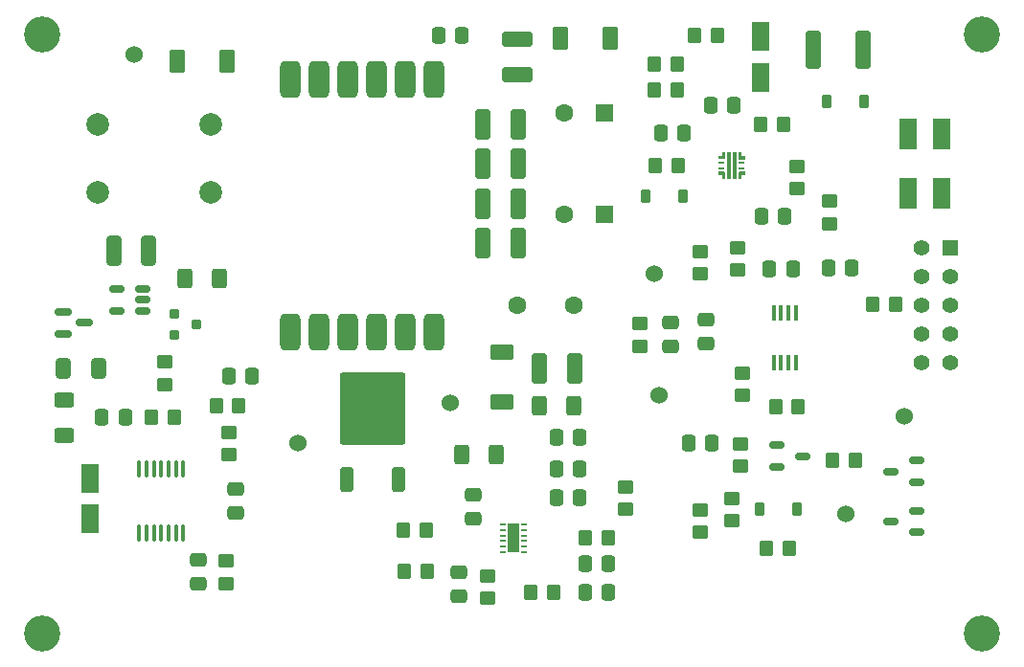
<source format=gbr>
G04 #@! TF.GenerationSoftware,KiCad,Pcbnew,7.0.7*
G04 #@! TF.CreationDate,2023-09-15T22:30:58+02:00*
G04 #@! TF.ProjectId,Nixie PSU,4e697869-6520-4505-9355-2e6b69636164,rev?*
G04 #@! TF.SameCoordinates,Original*
G04 #@! TF.FileFunction,Soldermask,Top*
G04 #@! TF.FilePolarity,Negative*
%FSLAX46Y46*%
G04 Gerber Fmt 4.6, Leading zero omitted, Abs format (unit mm)*
G04 Created by KiCad (PCBNEW 7.0.7) date 2023-09-15 22:30:58*
%MOMM*%
%LPD*%
G01*
G04 APERTURE LIST*
G04 Aperture macros list*
%AMRoundRect*
0 Rectangle with rounded corners*
0 $1 Rounding radius*
0 $2 $3 $4 $5 $6 $7 $8 $9 X,Y pos of 4 corners*
0 Add a 4 corners polygon primitive as box body*
4,1,4,$2,$3,$4,$5,$6,$7,$8,$9,$2,$3,0*
0 Add four circle primitives for the rounded corners*
1,1,$1+$1,$2,$3*
1,1,$1+$1,$4,$5*
1,1,$1+$1,$6,$7*
1,1,$1+$1,$8,$9*
0 Add four rect primitives between the rounded corners*
20,1,$1+$1,$2,$3,$4,$5,0*
20,1,$1+$1,$4,$5,$6,$7,0*
20,1,$1+$1,$6,$7,$8,$9,0*
20,1,$1+$1,$8,$9,$2,$3,0*%
%AMFreePoly0*
4,1,12,0.150002,0.449999,0.150002,-0.100002,0.100000,-0.150002,-0.399999,-0.150000,-0.449999,-0.100002,-0.449999,0.100000,-0.399999,0.150000,-0.100000,0.150000,-0.100000,0.449999,-0.050000,0.499999,0.100000,0.499999,0.150002,0.449999,0.150002,0.449999,$1*%
%AMFreePoly1*
4,1,12,0.149997,0.149997,0.149999,-0.400002,0.099997,-0.450002,-0.050000,-0.450002,-0.100000,-0.400002,-0.100003,-0.100003,-0.400002,-0.100003,-0.450002,-0.050003,-0.450002,0.149999,-0.400002,0.199997,0.099997,0.199999,0.149997,0.149997,0.149997,0.149997,$1*%
%AMFreePoly2*
4,1,12,0.400002,0.199997,0.450002,0.149999,0.450002,-0.050003,0.400002,-0.100003,0.100003,-0.100003,0.100000,-0.400002,0.050000,-0.450002,-0.099997,-0.450002,-0.149999,-0.400002,-0.149999,0.149999,-0.099997,0.199999,0.400002,0.199997,0.400002,0.199997,$1*%
%AMFreePoly3*
4,1,12,0.100000,0.449999,0.100003,0.150000,0.400002,0.150000,0.450002,0.100000,0.450002,-0.100002,0.400002,-0.150000,-0.099997,-0.150002,-0.149999,-0.100002,-0.149999,0.449999,-0.099997,0.499999,0.050000,0.499999,0.100000,0.449999,0.100000,0.449999,$1*%
G04 Aperture macros list end*
%ADD10C,3.200000*%
%ADD11RoundRect,0.150000X-0.587500X-0.150000X0.587500X-0.150000X0.587500X0.150000X-0.587500X0.150000X0*%
%ADD12R,1.600000X1.600000*%
%ADD13C,1.600000*%
%ADD14RoundRect,0.250000X-0.625000X0.400000X-0.625000X-0.400000X0.625000X-0.400000X0.625000X0.400000X0*%
%ADD15RoundRect,0.250000X-0.450000X0.350000X-0.450000X-0.350000X0.450000X-0.350000X0.450000X0.350000X0*%
%ADD16RoundRect,0.250000X-0.337500X-0.475000X0.337500X-0.475000X0.337500X0.475000X-0.337500X0.475000X0*%
%ADD17RoundRect,0.250000X-0.475000X0.337500X-0.475000X-0.337500X0.475000X-0.337500X0.475000X0.337500X0*%
%ADD18RoundRect,0.250000X0.800000X-0.450000X0.800000X0.450000X-0.800000X0.450000X-0.800000X-0.450000X0*%
%ADD19RoundRect,0.250000X-0.412500X-1.100000X0.412500X-1.100000X0.412500X1.100000X-0.412500X1.100000X0*%
%ADD20RoundRect,0.250000X-0.400000X-0.625000X0.400000X-0.625000X0.400000X0.625000X-0.400000X0.625000X0*%
%ADD21RoundRect,0.150000X0.512500X0.150000X-0.512500X0.150000X-0.512500X-0.150000X0.512500X-0.150000X0*%
%ADD22C,1.530000*%
%ADD23RoundRect,0.225000X-0.225000X-0.375000X0.225000X-0.375000X0.225000X0.375000X-0.225000X0.375000X0*%
%ADD24RoundRect,0.250000X0.337500X0.475000X-0.337500X0.475000X-0.337500X-0.475000X0.337500X-0.475000X0*%
%ADD25RoundRect,0.250000X0.475000X-0.337500X0.475000X0.337500X-0.475000X0.337500X-0.475000X-0.337500X0*%
%ADD26RoundRect,0.250000X0.450000X-0.350000X0.450000X0.350000X-0.450000X0.350000X-0.450000X-0.350000X0*%
%ADD27RoundRect,0.250000X-0.450000X-0.800000X0.450000X-0.800000X0.450000X0.800000X-0.450000X0.800000X0*%
%ADD28C,2.000000*%
%ADD29RoundRect,0.150000X-0.512500X-0.150000X0.512500X-0.150000X0.512500X0.150000X-0.512500X0.150000X0*%
%ADD30RoundRect,0.250000X0.412500X0.650000X-0.412500X0.650000X-0.412500X-0.650000X0.412500X-0.650000X0*%
%ADD31RoundRect,0.250000X0.350000X0.450000X-0.350000X0.450000X-0.350000X-0.450000X0.350000X-0.450000X0*%
%ADD32R,0.450000X1.450000*%
%ADD33RoundRect,0.250000X-0.550000X1.050000X-0.550000X-1.050000X0.550000X-1.050000X0.550000X1.050000X0*%
%ADD34RoundRect,0.250000X0.450000X0.800000X-0.450000X0.800000X-0.450000X-0.800000X0.450000X-0.800000X0*%
%ADD35R,1.390000X1.390000*%
%ADD36C,1.390000*%
%ADD37RoundRect,0.250000X-1.100000X0.412500X-1.100000X-0.412500X1.100000X-0.412500X1.100000X0.412500X0*%
%ADD38RoundRect,0.250000X0.400000X0.625000X-0.400000X0.625000X-0.400000X-0.625000X0.400000X-0.625000X0*%
%ADD39RoundRect,0.200000X-0.250000X0.200000X-0.250000X-0.200000X0.250000X-0.200000X0.250000X0.200000X0*%
%ADD40FreePoly0,180.000000*%
%ADD41R,0.599999X0.249999*%
%ADD42FreePoly1,180.000000*%
%ADD43R,0.299999X2.400000*%
%ADD44FreePoly2,180.000000*%
%ADD45FreePoly3,180.000000*%
%ADD46RoundRect,0.250000X0.400000X1.075000X-0.400000X1.075000X-0.400000X-1.075000X0.400000X-1.075000X0*%
%ADD47RoundRect,0.225000X0.225000X0.375000X-0.225000X0.375000X-0.225000X-0.375000X0.225000X-0.375000X0*%
%ADD48RoundRect,0.250000X0.412500X1.100000X-0.412500X1.100000X-0.412500X-1.100000X0.412500X-1.100000X0*%
%ADD49RoundRect,0.100000X-0.100000X0.637500X-0.100000X-0.637500X0.100000X-0.637500X0.100000X0.637500X0*%
%ADD50RoundRect,0.250000X0.350000X-0.850000X0.350000X0.850000X-0.350000X0.850000X-0.350000X-0.850000X0*%
%ADD51RoundRect,0.249997X2.650003X-2.950003X2.650003X2.950003X-2.650003X2.950003X-2.650003X-2.950003X0*%
%ADD52RoundRect,0.250000X-0.350000X-0.450000X0.350000X-0.450000X0.350000X0.450000X-0.350000X0.450000X0*%
%ADD53RoundRect,0.447500X0.447500X-1.202500X0.447500X1.202500X-0.447500X1.202500X-0.447500X-1.202500X0*%
%ADD54RoundRect,0.250000X0.400000X1.450000X-0.400000X1.450000X-0.400000X-1.450000X0.400000X-1.450000X0*%
%ADD55R,0.499999X0.249999*%
%ADD56C,0.600000*%
%ADD57R,1.000000X2.650000*%
%ADD58R,1.500000X2.750000*%
G04 APERTURE END LIST*
G36*
X171763998Y-68496000D02*
G01*
X171764001Y-68795999D01*
X172064000Y-68795999D01*
X172114000Y-68845999D01*
X172114000Y-69046001D01*
X172064000Y-69095999D01*
X171564001Y-69096001D01*
X171514001Y-69045999D01*
X171513999Y-68496000D01*
X171564001Y-68446000D01*
X171713998Y-68446000D01*
X171763998Y-68496000D01*
G37*
G36*
X170314001Y-70245999D02*
G01*
X170314001Y-70796000D01*
X170263999Y-70846000D01*
X170114002Y-70846000D01*
X170064002Y-70796000D01*
X170063999Y-70496001D01*
X169764000Y-70496001D01*
X169714000Y-70446001D01*
X169714000Y-70245999D01*
X169764000Y-70196001D01*
X170263999Y-70195999D01*
X170314001Y-70245999D01*
G37*
D10*
X110000000Y-111000000D03*
D11*
X111838500Y-82616000D03*
X111838500Y-84516000D03*
X113713500Y-83566000D03*
D12*
X159652651Y-65000000D03*
D13*
X156152651Y-65000000D03*
X157000000Y-82000000D03*
X152000000Y-82000000D03*
D14*
X111887000Y-90398000D03*
X111887000Y-93498000D03*
D15*
X168148000Y-100092000D03*
X168148000Y-102092000D03*
D16*
X157966500Y-104902000D03*
X160041500Y-104902000D03*
D15*
X161544000Y-98060000D03*
X161544000Y-100060000D03*
D17*
X146812000Y-105642500D03*
X146812000Y-107717500D03*
D18*
X150622000Y-90592000D03*
X150622000Y-86192000D03*
D19*
X148937500Y-66000000D03*
X152062500Y-66000000D03*
D20*
X147040000Y-95250000D03*
X150140000Y-95250000D03*
D10*
X193000000Y-111000000D03*
D21*
X187301500Y-102096000D03*
X187301500Y-100196000D03*
X185026500Y-101146000D03*
D22*
X164500000Y-90000000D03*
D23*
X179350000Y-64000000D03*
X182650000Y-64000000D03*
D22*
X118100000Y-59800000D03*
D24*
X117318700Y-91948000D03*
X115243700Y-91948000D03*
D25*
X168656000Y-85365500D03*
X168656000Y-83290500D03*
D26*
X176700000Y-71700000D03*
X176700000Y-69700000D03*
D22*
X132588000Y-94234000D03*
D15*
X149352000Y-105934000D03*
X149352000Y-107934000D03*
D26*
X126492000Y-95234000D03*
X126492000Y-93234000D03*
D16*
X173526500Y-74146000D03*
X175601500Y-74146000D03*
D12*
X159652651Y-74000000D03*
D13*
X156152651Y-74000000D03*
D27*
X121879000Y-60452000D03*
X126279000Y-60452000D03*
D28*
X124888000Y-66000000D03*
X114888000Y-66000000D03*
D29*
X174926500Y-94396000D03*
X174926500Y-96296000D03*
X177201500Y-95346000D03*
D26*
X162800000Y-85600000D03*
X162800000Y-83600000D03*
D24*
X157501500Y-99060000D03*
X155426500Y-99060000D03*
D21*
X187301500Y-97650000D03*
X187301500Y-95750000D03*
X185026500Y-96700000D03*
D22*
X164084000Y-79248000D03*
D30*
X114973500Y-87630000D03*
X111848500Y-87630000D03*
D31*
X176000000Y-103500000D03*
X174000000Y-103500000D03*
D24*
X157501500Y-96520000D03*
X155426500Y-96520000D03*
X181537500Y-78700000D03*
X179462500Y-78700000D03*
D32*
X174625000Y-87100000D03*
X175275000Y-87100000D03*
X175925000Y-87100000D03*
X176575000Y-87100000D03*
X176575000Y-82700000D03*
X175925000Y-82700000D03*
X175275000Y-82700000D03*
X174625000Y-82700000D03*
D16*
X157966500Y-107442000D03*
X160041500Y-107442000D03*
D24*
X157501500Y-93726000D03*
X155426500Y-93726000D03*
D33*
X173464000Y-58246000D03*
X173464000Y-61846000D03*
D34*
X160200000Y-58420000D03*
X155800000Y-58420000D03*
D31*
X181848000Y-95758000D03*
X179848000Y-95758000D03*
D35*
X190270000Y-76920000D03*
D36*
X187730000Y-76920000D03*
X190270000Y-79460000D03*
X187730000Y-79460000D03*
X190270000Y-82000000D03*
X187730000Y-82000000D03*
X190270000Y-84540000D03*
X187730000Y-84540000D03*
X190270000Y-87080000D03*
X187730000Y-87080000D03*
D37*
X152000000Y-58437500D03*
X152000000Y-61562500D03*
D25*
X148082000Y-100859500D03*
X148082000Y-98784500D03*
D22*
X146050000Y-90678000D03*
D26*
X171900000Y-90000000D03*
X171900000Y-88000000D03*
D38*
X156998000Y-90932000D03*
X153898000Y-90932000D03*
D26*
X168148000Y-79232000D03*
X168148000Y-77232000D03*
D24*
X169185500Y-94234000D03*
X167110500Y-94234000D03*
D31*
X166084000Y-62992000D03*
X164084000Y-62992000D03*
D16*
X174262500Y-78800000D03*
X176337500Y-78800000D03*
D31*
X169640000Y-58166000D03*
X167640000Y-58166000D03*
D15*
X170942000Y-99076000D03*
X170942000Y-101076000D03*
D31*
X144000000Y-105500000D03*
X142000000Y-105500000D03*
D39*
X121617500Y-82743000D03*
X121617500Y-84643000D03*
X123617500Y-83693000D03*
D40*
X171664001Y-70346001D03*
D41*
X171814001Y-69871001D03*
X171814001Y-69420999D03*
D42*
X171663998Y-68896002D03*
D43*
X171164000Y-69646000D03*
X170664000Y-69646000D03*
D44*
X170164002Y-68896002D03*
D41*
X170013999Y-69420999D03*
X170013999Y-69871001D03*
D45*
X170164002Y-70346001D03*
D19*
X148937500Y-73000000D03*
X152062500Y-73000000D03*
D10*
X110000000Y-58000000D03*
D15*
X126200000Y-104600000D03*
X126200000Y-106600000D03*
D46*
X119406000Y-77216000D03*
X116306000Y-77216000D03*
D47*
X166650000Y-72390000D03*
X163350000Y-72390000D03*
D48*
X157010500Y-87630000D03*
X153885500Y-87630000D03*
D31*
X175482000Y-66040000D03*
X173482000Y-66040000D03*
D49*
X122450000Y-96437500D03*
X121800000Y-96437500D03*
X121150000Y-96437500D03*
X120500000Y-96437500D03*
X119850000Y-96437500D03*
X119200000Y-96437500D03*
X118550000Y-96437500D03*
X118550000Y-102162500D03*
X119200000Y-102162500D03*
X119850000Y-102162500D03*
X120500000Y-102162500D03*
X121150000Y-102162500D03*
X121800000Y-102162500D03*
X122450000Y-102162500D03*
D19*
X148937500Y-69500000D03*
X152062500Y-69500000D03*
D26*
X179600000Y-74800000D03*
X179600000Y-72800000D03*
D25*
X123800000Y-106637500D03*
X123800000Y-104562500D03*
D33*
X114200000Y-97300000D03*
X114200000Y-100900000D03*
D50*
X136912000Y-97418000D03*
D51*
X139192000Y-91118000D03*
D50*
X141472000Y-97418000D03*
D52*
X158004000Y-102616000D03*
X160004000Y-102616000D03*
D31*
X176800000Y-91000000D03*
X174800000Y-91000000D03*
D24*
X166701500Y-66746000D03*
X164626500Y-66746000D03*
D47*
X176656000Y-100076000D03*
X173356000Y-100076000D03*
D52*
X125365000Y-90932000D03*
X127365000Y-90932000D03*
D31*
X143900000Y-101900000D03*
X141900000Y-101900000D03*
D22*
X181000000Y-100500000D03*
D53*
X131876800Y-84352200D03*
X134416800Y-84352200D03*
X136956800Y-84352200D03*
X139496800Y-84352200D03*
X142036800Y-84352200D03*
X144576800Y-84352200D03*
X144576800Y-62052200D03*
X142036800Y-62052200D03*
X139496800Y-62052200D03*
X136956800Y-62052200D03*
X134416800Y-62052200D03*
X131876800Y-62052200D03*
D19*
X148937500Y-76500000D03*
X152062500Y-76500000D03*
D25*
X127100000Y-100337500D03*
X127100000Y-98262500D03*
D10*
X193000000Y-58000000D03*
D17*
X165500000Y-83562500D03*
X165500000Y-85637500D03*
D28*
X124888000Y-72009000D03*
X114888000Y-72009000D03*
D31*
X166164000Y-69646000D03*
X164164000Y-69646000D03*
D54*
X182549000Y-59436000D03*
X178099000Y-59436000D03*
D22*
X186200000Y-91800000D03*
D38*
X125650000Y-79600000D03*
X122550000Y-79600000D03*
D55*
X150687999Y-101366000D03*
X150687999Y-101866002D03*
X150687999Y-102366000D03*
X150687999Y-102866000D03*
X150687999Y-103366001D03*
X150687999Y-103866000D03*
X152587998Y-103866000D03*
X152587998Y-103366001D03*
X152587998Y-102866000D03*
X152587998Y-102366000D03*
X152587998Y-101866002D03*
X152587998Y-101366000D03*
D56*
X151637997Y-101600000D03*
X151637997Y-102616000D03*
X151637997Y-103632000D03*
D57*
X151638000Y-102616000D03*
D16*
X145012500Y-58166000D03*
X147087500Y-58166000D03*
X126470500Y-88265000D03*
X128545500Y-88265000D03*
D52*
X183400000Y-81900000D03*
X185400000Y-81900000D03*
D15*
X171400000Y-76900000D03*
X171400000Y-78900000D03*
D26*
X171704000Y-96250000D03*
X171704000Y-94250000D03*
D52*
X164084000Y-60706000D03*
X166084000Y-60706000D03*
D31*
X155178000Y-107442000D03*
X153178000Y-107442000D03*
D16*
X169026500Y-64346000D03*
X171101500Y-64346000D03*
D31*
X121650000Y-91948000D03*
X119650000Y-91948000D03*
D15*
X120777000Y-87011000D03*
X120777000Y-89011000D03*
D21*
X118866500Y-82484000D03*
X118866500Y-81534000D03*
X118866500Y-80584000D03*
X116591500Y-80584000D03*
X116591500Y-82484000D03*
D58*
X189500000Y-66875000D03*
X186500000Y-66875000D03*
X186500000Y-72125000D03*
X189500000Y-72125000D03*
M02*

</source>
